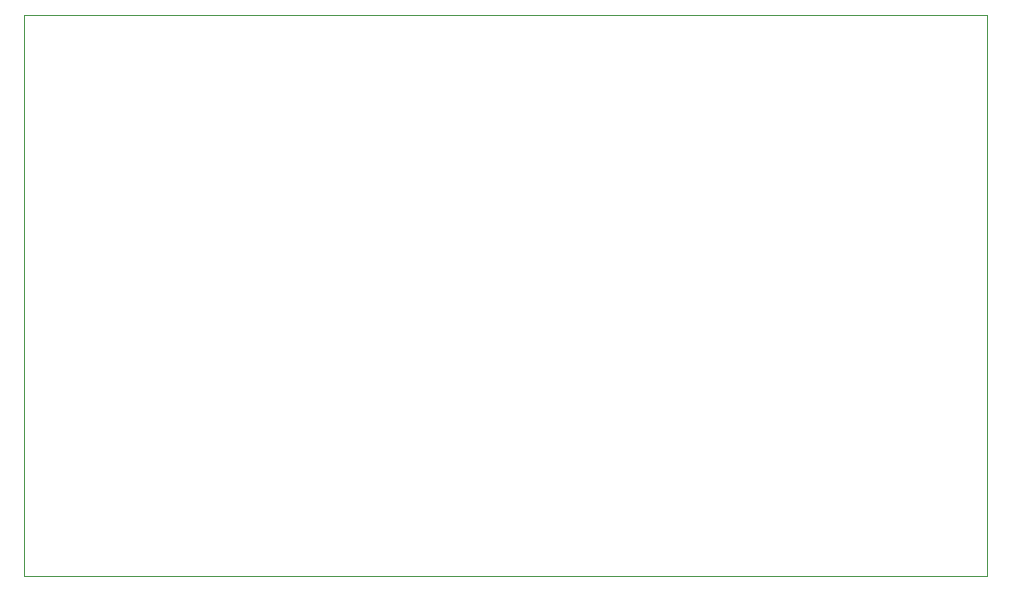
<source format=gm1>
%TF.GenerationSoftware,KiCad,Pcbnew,8.0.6*%
%TF.CreationDate,2025-04-05T02:38:06-04:00*%
%TF.ProjectId,intro_to_pcb,696e7472-6f5f-4746-9f5f-7063622e6b69,rev?*%
%TF.SameCoordinates,Original*%
%TF.FileFunction,Profile,NP*%
%FSLAX46Y46*%
G04 Gerber Fmt 4.6, Leading zero omitted, Abs format (unit mm)*
G04 Created by KiCad (PCBNEW 8.0.6) date 2025-04-05 02:38:06*
%MOMM*%
%LPD*%
G01*
G04 APERTURE LIST*
%TA.AperFunction,Profile*%
%ADD10C,0.050000*%
%TD*%
G04 APERTURE END LIST*
D10*
X183500000Y-147000000D02*
X102000000Y-147000000D01*
X102000000Y-99500000D01*
X183500000Y-99500000D01*
X183500000Y-147000000D01*
M02*

</source>
